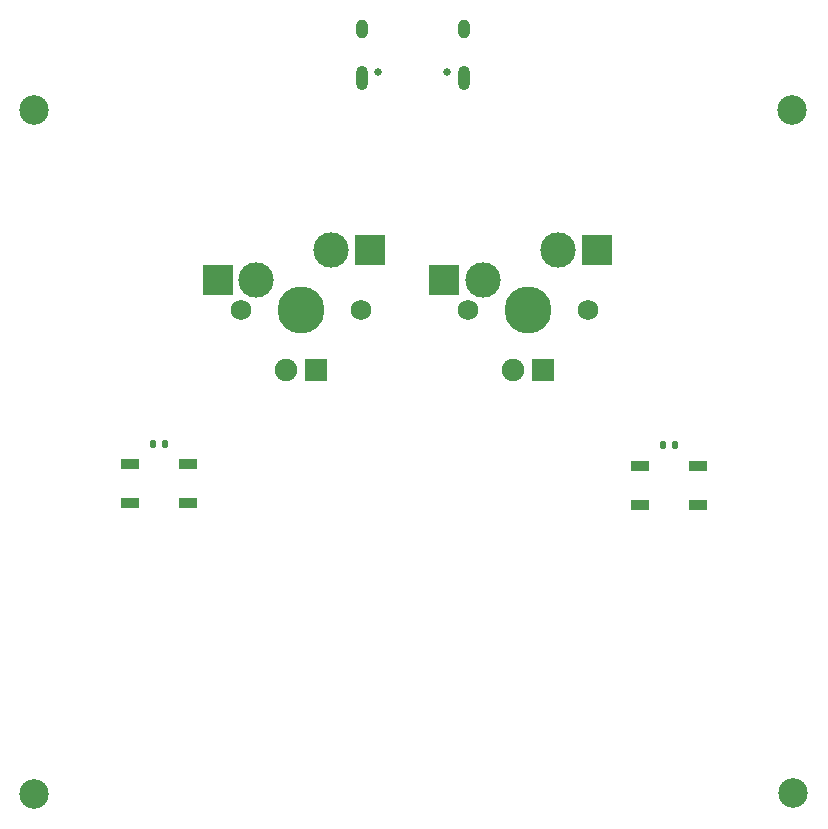
<source format=gbs>
%TF.GenerationSoftware,KiCad,Pcbnew,(6.0.9)*%
%TF.CreationDate,2022-11-13T08:15:32+04:00*%
%TF.ProjectId,osu keyboard,6f737520-6b65-4796-926f-6172642e6b69,rev?*%
%TF.SameCoordinates,Original*%
%TF.FileFunction,Soldermask,Bot*%
%TF.FilePolarity,Negative*%
%FSLAX46Y46*%
G04 Gerber Fmt 4.6, Leading zero omitted, Abs format (unit mm)*
G04 Created by KiCad (PCBNEW (6.0.9)) date 2022-11-13 08:15:32*
%MOMM*%
%LPD*%
G01*
G04 APERTURE LIST*
G04 Aperture macros list*
%AMRoundRect*
0 Rectangle with rounded corners*
0 $1 Rounding radius*
0 $2 $3 $4 $5 $6 $7 $8 $9 X,Y pos of 4 corners*
0 Add a 4 corners polygon primitive as box body*
4,1,4,$2,$3,$4,$5,$6,$7,$8,$9,$2,$3,0*
0 Add four circle primitives for the rounded corners*
1,1,$1+$1,$2,$3*
1,1,$1+$1,$4,$5*
1,1,$1+$1,$6,$7*
1,1,$1+$1,$8,$9*
0 Add four rect primitives between the rounded corners*
20,1,$1+$1,$2,$3,$4,$5,0*
20,1,$1+$1,$4,$5,$6,$7,0*
20,1,$1+$1,$6,$7,$8,$9,0*
20,1,$1+$1,$8,$9,$2,$3,0*%
G04 Aperture macros list end*
%ADD10C,3.987800*%
%ADD11C,1.750000*%
%ADD12C,3.000000*%
%ADD13R,2.550000X2.500000*%
%ADD14C,1.905000*%
%ADD15R,1.905000X1.905000*%
%ADD16C,2.500000*%
%ADD17C,0.650000*%
%ADD18O,1.000000X1.600000*%
%ADD19O,1.000000X2.100000*%
%ADD20RoundRect,0.140000X-0.140000X-0.170000X0.140000X-0.170000X0.140000X0.170000X-0.140000X0.170000X0*%
%ADD21R,1.500000X0.900000*%
G04 APERTURE END LIST*
D10*
%TO.C,MX0*%
X125476000Y-86995000D03*
D11*
X130556000Y-86995000D03*
X120396000Y-86995000D03*
D12*
X121666000Y-84455000D03*
X128016000Y-81915000D03*
D13*
X118391000Y-84455000D03*
X131318000Y-81915000D03*
D14*
X124206000Y-92075000D03*
D15*
X126746000Y-92075000D03*
%TD*%
D16*
%TO.C,REF\u002A\u002A*%
X167132000Y-127889000D03*
%TD*%
D17*
%TO.C,USB1*%
X131996000Y-66851787D03*
X137776000Y-66851787D03*
D18*
X130566000Y-63201787D03*
X139206000Y-63201787D03*
D19*
X130566000Y-67381787D03*
X139206000Y-67381787D03*
%TD*%
D16*
%TO.C,REF\u002A\u002A*%
X167005000Y-70104000D03*
%TD*%
%TO.C,REF\u002A\u002A*%
X102870000Y-70104000D03*
%TD*%
%TO.C,REF\u002A\u002A*%
X102870000Y-128016000D03*
%TD*%
D10*
%TO.C,MX1*%
X144653000Y-86995000D03*
D12*
X147193000Y-81915000D03*
D11*
X139573000Y-86995000D03*
X149733000Y-86995000D03*
D12*
X140843000Y-84455000D03*
D13*
X137568000Y-84455000D03*
X150495000Y-81915000D03*
D14*
X143383000Y-92075000D03*
D15*
X145923000Y-92075000D03*
%TD*%
D20*
%TO.C,C13*%
X112931000Y-98311267D03*
X113891000Y-98311267D03*
%TD*%
D21*
%TO.C,D4*%
X159041000Y-100204000D03*
X159041000Y-103504000D03*
X154141000Y-103504000D03*
X154141000Y-100204000D03*
%TD*%
D20*
%TO.C,C10*%
X156111000Y-98438267D03*
X157071000Y-98438267D03*
%TD*%
D21*
%TO.C,D1*%
X115861000Y-100077000D03*
X115861000Y-103377000D03*
X110961000Y-103377000D03*
X110961000Y-100077000D03*
%TD*%
M02*

</source>
